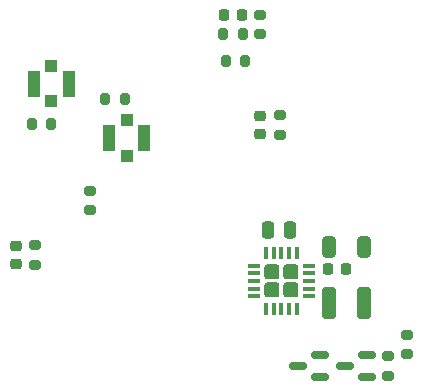
<source format=gbr>
%TF.GenerationSoftware,KiCad,Pcbnew,8.0.5*%
%TF.CreationDate,2024-12-28T23:28:42+01:00*%
%TF.ProjectId,BasePower,42617365-506f-4776-9572-2e6b69636164,rev?*%
%TF.SameCoordinates,Original*%
%TF.FileFunction,Paste,Bot*%
%TF.FilePolarity,Positive*%
%FSLAX46Y46*%
G04 Gerber Fmt 4.6, Leading zero omitted, Abs format (unit mm)*
G04 Created by KiCad (PCBNEW 8.0.5) date 2024-12-28 23:28:42*
%MOMM*%
%LPD*%
G01*
G04 APERTURE LIST*
G04 Aperture macros list*
%AMRoundRect*
0 Rectangle with rounded corners*
0 $1 Rounding radius*
0 $2 $3 $4 $5 $6 $7 $8 $9 X,Y pos of 4 corners*
0 Add a 4 corners polygon primitive as box body*
4,1,4,$2,$3,$4,$5,$6,$7,$8,$9,$2,$3,0*
0 Add four circle primitives for the rounded corners*
1,1,$1+$1,$2,$3*
1,1,$1+$1,$4,$5*
1,1,$1+$1,$6,$7*
1,1,$1+$1,$8,$9*
0 Add four rect primitives between the rounded corners*
20,1,$1+$1,$2,$3,$4,$5,0*
20,1,$1+$1,$4,$5,$6,$7,0*
20,1,$1+$1,$6,$7,$8,$9,0*
20,1,$1+$1,$8,$9,$2,$3,0*%
G04 Aperture macros list end*
%ADD10RoundRect,0.200000X-0.200000X-0.275000X0.200000X-0.275000X0.200000X0.275000X-0.200000X0.275000X0*%
%ADD11RoundRect,0.200000X-0.275000X0.200000X-0.275000X-0.200000X0.275000X-0.200000X0.275000X0.200000X0*%
%ADD12RoundRect,0.250000X-0.325000X-1.100000X0.325000X-1.100000X0.325000X1.100000X-0.325000X1.100000X0*%
%ADD13RoundRect,0.087500X0.425000X-0.087500X0.425000X0.087500X-0.425000X0.087500X-0.425000X-0.087500X0*%
%ADD14RoundRect,0.087500X0.087500X-0.425000X0.087500X0.425000X-0.087500X0.425000X-0.087500X-0.425000X0*%
%ADD15RoundRect,0.250000X0.385000X-0.385000X0.385000X0.385000X-0.385000X0.385000X-0.385000X-0.385000X0*%
%ADD16RoundRect,0.150000X0.587500X0.150000X-0.587500X0.150000X-0.587500X-0.150000X0.587500X-0.150000X0*%
%ADD17RoundRect,0.250000X0.250000X0.475000X-0.250000X0.475000X-0.250000X-0.475000X0.250000X-0.475000X0*%
%ADD18RoundRect,0.225000X-0.225000X-0.250000X0.225000X-0.250000X0.225000X0.250000X-0.225000X0.250000X0*%
%ADD19RoundRect,0.250000X-0.325000X-0.650000X0.325000X-0.650000X0.325000X0.650000X-0.325000X0.650000X0*%
%ADD20R,1.000000X1.000000*%
%ADD21R,1.050000X2.200000*%
%ADD22RoundRect,0.225000X-0.250000X0.225000X-0.250000X-0.225000X0.250000X-0.225000X0.250000X0.225000X0*%
%ADD23RoundRect,0.225000X0.225000X0.250000X-0.225000X0.250000X-0.225000X-0.250000X0.225000X-0.250000X0*%
%ADD24RoundRect,0.200000X0.275000X-0.200000X0.275000X0.200000X-0.275000X0.200000X-0.275000X-0.200000X0*%
G04 APERTURE END LIST*
D10*
%TO.C,R12*%
X115175000Y-97100000D03*
X116825000Y-97100000D03*
%TD*%
D11*
%TO.C,R9*%
X145300000Y-116775000D03*
X145300000Y-118425000D03*
%TD*%
%TO.C,R8*%
X146900000Y-114975000D03*
X146900000Y-116625000D03*
%TD*%
D12*
%TO.C,C35*%
X143275000Y-112300000D03*
X140325000Y-112300000D03*
%TD*%
D13*
%TO.C,U4*%
X138662500Y-111700000D03*
X138662500Y-111050000D03*
X138662500Y-110400000D03*
X138662500Y-109750000D03*
X138662500Y-109100000D03*
D14*
X137600000Y-108037500D03*
X136950000Y-108037500D03*
X136300000Y-108037500D03*
X135650000Y-108037500D03*
X135000000Y-108037500D03*
D13*
X133937500Y-109100000D03*
X133937500Y-109750000D03*
X133937500Y-110400000D03*
X133937500Y-111050000D03*
X133937500Y-111700000D03*
D14*
X135000000Y-112762500D03*
X135650000Y-112762500D03*
X136300000Y-112762500D03*
X136950000Y-112762500D03*
X137600000Y-112762500D03*
D15*
X135510000Y-109610000D03*
X137090000Y-109610000D03*
X135510000Y-111190000D03*
X137090000Y-111190000D03*
%TD*%
D10*
%TO.C,R1*%
X131575000Y-91800000D03*
X133225000Y-91800000D03*
%TD*%
D16*
%TO.C,Q2*%
X143537500Y-116650000D03*
X143537500Y-118550000D03*
X141662500Y-117600000D03*
%TD*%
%TO.C,Q1*%
X139537500Y-116650000D03*
X139537500Y-118550000D03*
X137662500Y-117600000D03*
%TD*%
D17*
%TO.C,C37*%
X135150000Y-106100000D03*
X137050000Y-106100000D03*
%TD*%
D18*
%TO.C,C34*%
X141775000Y-109400000D03*
X140225000Y-109400000D03*
%TD*%
D19*
%TO.C,C33*%
X143275000Y-107500000D03*
X140325000Y-107500000D03*
%TD*%
D20*
%TO.C,TP1*%
X116800000Y-95200000D03*
D21*
X118275000Y-93700000D03*
D20*
X116800000Y-92200000D03*
D21*
X115325000Y-93700000D03*
%TD*%
D20*
%TO.C,TP2*%
X123200000Y-96800000D03*
D21*
X121725000Y-98300000D03*
D20*
X123200000Y-99800000D03*
D21*
X124675000Y-98300000D03*
%TD*%
D22*
%TO.C,C25*%
X134500000Y-96425000D03*
X134500000Y-97975000D03*
%TD*%
D23*
%TO.C,C31*%
X132975000Y-87900000D03*
X131425000Y-87900000D03*
%TD*%
D10*
%TO.C,R13*%
X121375000Y-95000000D03*
X123025000Y-95000000D03*
%TD*%
D22*
%TO.C,C17*%
X113800000Y-107425000D03*
X113800000Y-108975000D03*
%TD*%
D11*
%TO.C,R23*%
X136200000Y-96375000D03*
X136200000Y-98025000D03*
%TD*%
D10*
%TO.C,R24*%
X131375000Y-89500000D03*
X133025000Y-89500000D03*
%TD*%
D24*
%TO.C,R19*%
X120100000Y-104425000D03*
X120100000Y-102775000D03*
%TD*%
D11*
%TO.C,R26*%
X134500000Y-87875000D03*
X134500000Y-89525000D03*
%TD*%
%TO.C,R18*%
X115400000Y-107375000D03*
X115400000Y-109025000D03*
%TD*%
M02*

</source>
